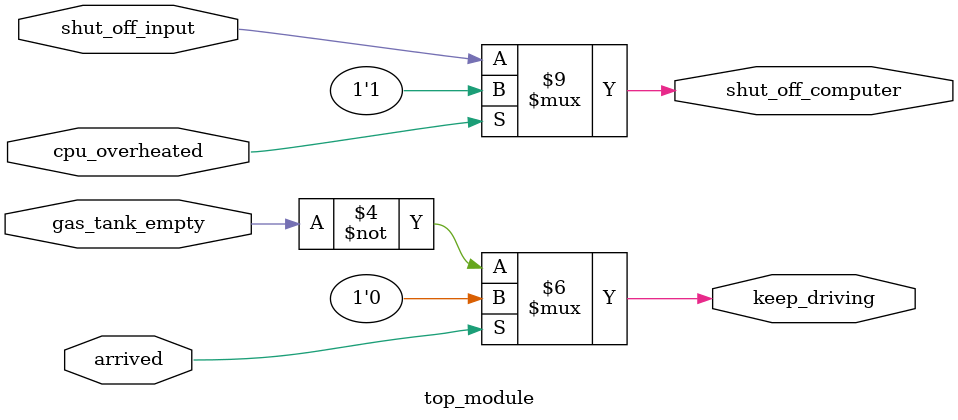
<source format=sv>
module top_module (
	input cpu_overheated,
	input arrived,
	input gas_tank_empty,
	input shut_off_input,
	output reg keep_driving,
	output reg shut_off_computer
);

always @(*) begin
	if (cpu_overheated)
		shut_off_computer = 1;
	else
		shut_off_computer = shut_off_input;
end

always @(*) begin
	if (!arrived)
		keep_driving = ~gas_tank_empty;
	else
		keep_driving = 0;
end

endmodule

</source>
